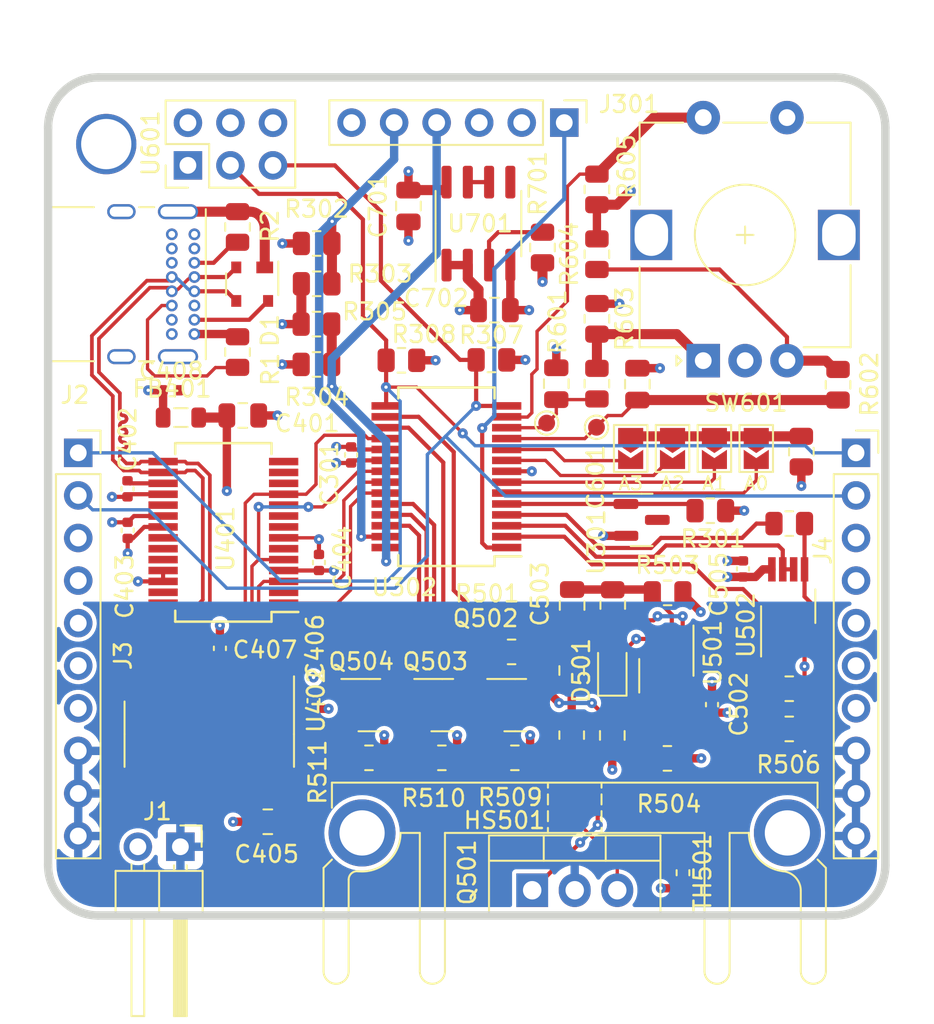
<source format=kicad_pcb>
(kicad_pcb (version 20211014) (generator pcbnew)
  (layers (0 "F.Cu" signal) (1 "In1.Cu" power "Gnd.Cu") (2 "In2.Cu" signal) (31 "B.Cu" signal) (34 "B.Paste" user) (35 "F.Paste" user) (36 "B.SilkS" user "B.Silkscreen") (37 "F.SilkS" user "F.Silkscreen") (38 "B.Mask" user) (39 "F.Mask" user) (44 "Edge.Cuts" user))
  (net 0 "")
  (net 1 "Net-(Q502-Pad2)")
  (net 2 "GND")
  (net 3 "+3V3")
  (net 4 "Net-(C401-Pad1)")
  (net 5 "/load_control/current_measure")
  (net 6 "/load_control/current_sense")
  (net 7 "/Connectors/load_in")
  (net 8 "/Display_Encoder/ENC.A")
  (net 9 "/Display_Encoder/ENC.B")
  (net 10 "/Connectors/I2C.SCL")
  (net 11 "/Connectors/I2C.SDA")
  (net 12 "/load_control/pwm_ctrl")
  (net 13 "/microcontroller/I2C_A0")
  (net 14 "/load_control/range.1ma")
  (net 15 "/load_control/range.100ma")
  (net 16 "/load_control/range.10a")
  (net 17 "/microcontroller/2.048V")
  (net 18 "/Display_Encoder/select")
  (net 19 "+5V")
  (net 20 "/microcontroller/~{MCLR}{slash}VPP")
  (net 21 "/microcontroller/I2C_A1")
  (net 22 "/microcontroller/I2C_A2")
  (net 23 "/microcontroller/I2C_A3")
  (net 24 "/microcontroller/3V3_sense")
  (net 25 "/microcontroller/5V_sense")
  (net 26 "/Connectors/USB2.0.D+")
  (net 27 "/Connectors/USB2.0.D-")
  (net 28 "/microcontroller/UART.RX")
  (net 29 "/microcontroller/UART.CTS")
  (net 30 "/microcontroller/UART.TX")
  (net 31 "/microcontroller/UART.RTS")
  (net 32 "/load_control/load_voltage")
  (net 33 "/load_control/temp_en")
  (net 34 "/load_control/temp_sense")
  (net 35 "Net-(C402-Pad1)")
  (net 36 "Net-(C407-Pad1)")
  (net 37 "Net-(C501-Pad1)")
  (net 38 "Net-(C503-Pad1)")
  (net 40 "Net-(J2-PadA5)")
  (net 42 "Net-(J2-PadB5)")
  (net 45 "Net-(JP301-Pad1)")
  (net 46 "Net-(Q501-Pad1)")
  (net 47 "Net-(Q503-Pad2)")
  (net 48 "Net-(Q504-Pad2)")
  (net 49 "Net-(R506-Pad2)")
  (net 50 "Net-(R508-Pad2)")
  (net 51 "Net-(R601-Pad2)")
  (net 52 "Net-(R602-Pad2)")
  (net 53 "Net-(R701-Pad1)")
  (net 74 "Net-(U701-Pad6)")
  (footprint "Resistor_SMD:R_0805_2012Metric" (layer "F.Cu") (at 116.025 94.720016)
    (fp_text reference "R305")
    (fp_text value "4.7k")
  )
  (footprint "Resistor_SMD:R_0805_2012Metric" (layer "F.Cu") (at 144.984062 102.32754 -90)
    (fp_text reference "R306" hide)
    (fp_text value "10k")
  )
  (footprint "Resistor_SMD:R_0805_2012Metric" (layer "F.Cu") (at 116.0375 92.315032)
    (fp_text reference "R303")
    (fp_text value "10k")
  )
  (footprint "Resistor_SMD:R_0805_2012Metric" (layer "F.Cu") (at 127.67927 114.275)
    (fp_text reference "R501")
    (fp_text value "10k")
  )
  (footprint "Capacitor_SMD:C_0805_2012Metric" (layer "F.Cu") (at 133.694327 119.258633 -90)
    (fp_text reference "C501" hide)
    (fp_text value "10u")
  )
  (footprint "Package_TO_SOT_SMD:SOT-23" (layer "F.Cu") (at 119.1874 117.45)
    (fp_text reference "Q504")
    (fp_text value "Q_NMOS_GSD")
  )
  (footprint "Capacitor_SMD:C_0402_1005Metric" (layer "F.Cu") (at 115.849592 117.188666 90)
    (fp_text reference "C406")
    (fp_text value "100n")
  )
  (footprint "Resistor_SMD:R_0805_2012Metric" (layer "F.Cu") (at 131.268892 119.239859 90)
    (fp_text reference "R505" hide)
    (fp_text value "10k")
  )
  (footprint "Resistor_SMD:R_0805_2012Metric" (layer "F.Cu") (at 144.261702 116.472778)
    (fp_text reference "R507" hide)
    (fp_text value "50k")
  )
  (footprint "Rotary_Encoder:RotaryEncoder_Alps_EC12E-Switch_Vertical_H20mm" (layer "F.Cu") (at 139.125 96.9 90)
    (fp_text reference "SW601")
    (fp_text value "PEC11R")
  )
  (footprint "Resistor_SMD:R_0805_2012Metric" (layer "F.Cu") (at 133.720352 111.479986 -90)
    (fp_text reference "R502" hide)
    (fp_text value "270k")
  )
  (footprint "TestPoint:TestPoint_Pad_D1.0mm" (layer "F.Cu") (at 129.775 100.622679)
    (fp_text reference "TP300" hide)
    (fp_text value "~")
  )
  (footprint "Capacitor_SMD:C_0805_2012Metric" (layer "F.Cu") (at 111.625 100.170382)
    (fp_text reference "C401")
    (fp_text value "4.7u")
  )
  (footprint "Resistor_SMD:R_0805_2012Metric" (layer "F.Cu") (at 127.874295 120.594595 180)
    (fp_text reference "R509")
    (fp_text value "100")
  )
  (footprint "Package_TO_SOT_SMD:SOT-23" (layer "F.Cu") (at 123.540781 117.45)
    (fp_text reference "Q503")
    (fp_text value "Q_NMOS_GSD")
  )
  (footprint "Capacitor_SMD:C_0805_2012Metric" (layer "F.Cu") (at 135.190437 98.3 -90)
    (fp_text reference "C602" hide)
    (fp_text value "10n")
  )
  (footprint "Resistor_SMD:R_0805_2012Metric" (layer "F.Cu") (at 136.997088 110.754986)
    (fp_text reference "R503")
    (fp_text value "10k")
  )
  (footprint "Connector_PinSocket_2.54mm:PinSocket_1x10_P2.54mm_Vertical" (layer "F.Cu") (at 148.25 102.4)
    (fp_text reference "J4")
    (fp_text value "Conn_01x10")
  )
  (footprint "Resistor_SMD:R_0805_2012Metric" (layer "F.Cu") (at 123.515781 120.594595 180)
    (fp_text reference "R510")
    (fp_text value "1")
  )
  (footprint "Inductor_SMD:L_0805_2012Metric" (layer "F.Cu") (at 107.930408 100.295382)
    (fp_text reference "FB401")
    (fp_text value "FerriteBead")
  )
  (footprint "Resistor_SMD:R_0805_2012Metric" (layer "F.Cu") (at 144.2625 106.621175)
    (fp_text reference "R508" hide)
    (fp_text value "10k")
  )
  (footprint "Jumper:SolderJumper-2_P1.3mm_Open_TrianglePad1.0x1.5mm" (layer "F.Cu") (at 137.290732 102.14004 -90)
    (fp_text reference "JP303" hide)
    (fp_text value "SB")
  )
  (footprint "Capacitor_SMD:C_0805_2012Metric" (layer "F.Cu") (at 126.655 93.88682)
    (fp_text reference "C702")
    (fp_text value "1u")
  )
  (footprint "Package_SO:SOIC-8_3.9x4.9mm_P1.27mm" (layer "F.Cu") (at 125.7 88.724424 90)
    (fp_text reference "U701")
    (fp_text value "LP2951-3.3_SOIC")
  )
  (footprint "Connector_PinSocket_2.54mm:PinSocket_1x10_P2.54mm_Vertical" (layer "F.Cu") (at 101.8 102.4)
    (fp_text reference "J3")
    (fp_text value "Conn_01x10")
  )
  (footprint "Capacitor_SMD:C_0805_2012Metric" (layer "F.Cu") (at 130.349271 98.275 -90)
    (fp_text reference "C601")
    (fp_text value "10n")
  )
  (footprint "Resistor_SMD:R_0805_2012Metric" (layer "F.Cu") (at 147.175 98.3375 90)
    (fp_text reference "R602")
    (fp_text value "10k")
  )
  (footprint "Resistor_SMD:R_0805_2012Metric" (layer "F.Cu") (at 132.775 98.272611 90)
    (fp_text reference "R601")
    (fp_text value "10k")
  )
  (footprint "Package_TO_SOT_SMD:SOT-143" (layer "F.Cu") (at 112.1875 92.3375 -90)
    (fp_text reference "D1")
    (fp_text value "SP0503BAHTG")
  )
  (footprint "Package_SO:VSSOP-8_3.0x3.0mm_P0.65mm" (layer "F.Cu") (at 136.922088 115.7 -90)
    (fp_text reference "U501")
    (fp_text value "LM358")
  )
  (footprint "Capacitor_SMD:C_0805_2012Metric" (layer "F.Cu") (at 113.119975 124.408186 180)
    (fp_text reference "C405")
    (fp_text value "10u")
  )
  (footprint "0_Heatsink:Heatsink_ASSMANN_WSW_V6560W" (layer "F.Cu") (at 131.45 125.075)
    (fp_text reference "HS501")
    (fp_text value "Heatsink_Pad")
  )
  (footprint "Package_SO:SSOP-28_5.3x10.2mm_P0.65mm" (layer "F.Cu") (at 123.7875 103.825 180)
    (fp_text reference "U302")
    (fp_text value "PIC18F24K42")
  )
  (footprint "Capacitor_SMD:C_0805_2012Metric" (layer "F.Cu") (at 121.519768 87.674424 -90)
    (fp_text reference "C701")
    (fp_text value "1u")
  )
  (footprint "Connector_PinHeader_2.54mm:PinHeader_1x02_P2.54mm_Horizontal" (layer "F.Cu") (at 107.9 125.9 -90)
    (fp_text reference "J1")
    (fp_text value "Conn_01x02")
  )
  (footprint "Jumper:SolderJumper-2_P1.3mm_Open_TrianglePad1.0x1.5mm" (layer "F.Cu") (at 134.790732 102.14004 -90)
    (fp_text reference "JP304" hide)
    (fp_text value "SB")
  )
  (footprint "Capacitor_SMD:C_0402_1005Metric" (layer "F.Cu") (at 139.648122 117.42 90)
    (fp_text reference "C502")
    (fp_text value "100n")
  )
  (footprint "Resistor_SMD:R_0805_2012Metric" (layer "F.Cu") (at 119.1624 120.594595 180)
    (fp_text reference "R511")
    (fp_text value "10m")
  )
  (footprint "Resistor_SMD:R_0805_2012Metric" (layer "F.Cu") (at 116.025 97.125 180)
    (fp_text reference "R304")
    (fp_text value "10k")
  )
  (footprint "Diode_SMD:D_SOD-323" (layer "F.Cu") (at 133.694327 115.385929 90)
    (fp_text reference "D501")
    (fp_text value "DIODE")
  )
  (footprint "Package_TO_SOT_SMD:SOT-23" (layer "F.Cu") (at 135.445359 106.4)
    (fp_text reference "U301")
    (fp_text value "LM4040DBZ-2.0")
  )
  (footprint "Resistor_SMD:R_0805_2012Metric" (layer "F.Cu") (at 132.775 94.405325 -90)
    (fp_text reference "R603")
    (fp_text value "10k")
  )
  (footprint "Resistor_SMD:R_0805_2012Metric" (layer "F.Cu") (at 121.1 96.879508 180)
    (fp_text reference "R308")
    (fp_text value "4.7k")
  )
  (footprint "Resistor_SMD:R_0805_2012Metric" (layer "F.Cu") (at 132.775 90.548822 90)
    (fp_text reference "R604")
    (fp_text value "10k")
  )
  (footprint "Package_SO:VSSOP-8_3.0x3.0mm_P0.65mm" (layer "F.Cu") (at 144.199202 111.55 90)
    (fp_text reference "U502")
    (fp_text value "LM358")
  )
  (footprint "Package_SO:SSOP-28_5.3x10.2mm_P0.65mm" (layer "F.Cu") (at 110.467564 107.145 180)
    (fp_text reference "U401")
    (fp_text value "FT232RL")
  )
  (footprint "Capacitor_SMD:C_0402_1005Metric" (layer "F.Cu") (at 104.742139 104.545 -90)
    (fp_text reference "C402")
    (fp_text value "100n")
  )
  (footprint "Package_TO_SOT_THT:TO-220-3_Vertical" (layer "F.Cu") (at 128.91 128.495)
    (fp_text reference "Q501")
    (fp_text value "IPA60R800CE")
  )
  (footprint "Resistor_SMD:R_0805_2012Metric" (layer "F.Cu") (at 144.261702 118.869728 180)
    (fp_text reference "R506")
    (fp_text value "5M")
  )
  (footprint "Capacitor_SMD:C_0402_1005Metric" (layer "F.Cu") (at 110.259975 114.063487 90)
    (fp_text reference "C407")
    (fp_text value "100n")
  )
  (footprint "Resistor_SMD:R_0805_2012Metric" (layer "F.Cu") (at 136.984588 120.627867 180)
    (fp_text reference "R504")
    (fp_text value "10k")
  )
  (footprint "Capacitor_SMD:C_0402_1005Metric" (layer "F.Cu") (at 107.347908 98.667338)
    (fp_text reference "C408")
    (fp_text value "100n")
  )
  (footprint "Capacitor_SMD:C_0402_1005Metric" (layer "F.Cu") (at 104.752598 107.023759 -90)
    (fp_text reference "C403")
    (fp_text value "100n")
  )
  (footprint "Connector_USB:USB_C_Receptacle_GCT_USB4085" (layer "F.Cu") (at 108.7375 89.3625 -90)
    (fp_text reference "J2")
    (fp_text value "USB_C_Receptacle_USB2.0")
  )
  (footprint "Connector_PinHeader_2.54mm:PinHeader_1x06_P2.54mm_Vertical" (layer "F.Cu") (at 130.825 82.7 -90)
    (fp_text reference "J301")
    (fp_text value "Conn_PIC_ICSP_ICD")
  )
  (footprint "Capacitor_SMD:C_0402_1005Metric" (layer "F.Cu") (at 116.174937 108.94 90)
    (fp_text reference "C404")
    (fp_text value "100n")
  )
  (footprint "Resistor_SMD:R_0805_2012Metric" (layer "F.Cu") (at 139.54751 105.85)
    (fp_text reference "R301")
    (fp_text value "10k")
  )
  (footprint "Capacitor_SMD:C_0402_1005Metric" (layer "F.Cu") (at 118.096594 102.525 90)
    (fp_text reference "C301")
    (fp_text value "100n")
  )
  (footprint "Resistor_SMD:R_0805_2012Metric" (layer "F.Cu") (at 111.3125 96.3875 -90)
    (fp_text reference "R1")
    (fp_text value "5.1k")
  )
  (footprint "TestPoint:TestPoint_Pad_D1.0mm" (layer "F.Cu") (at 132.75 100.875)
    (fp_text reference "TP301" hide)
    (fp_text value "~")
  )
  (footprint "Capacitor_SMD:C_0805_2012Metric" (layer "F.Cu") (at 131.294433 111.504986 -90)
    (fp_text reference "C503")
    (fp_text value "10n")
  )
  (footprint "Resistor_SMD:R_0805_2012Metric" (layer "F.Cu") (at 116.0375 89.910048 180)
    (fp_text reference "R302")
    (fp_text value "10k")
  )
  (footprint "Capacitor_SMD:C_0805_2012Metric" (layer "F.Cu") (at 131.268892 115.385929 -90)
    (fp_text reference "C504" hide)
    (fp_text value "C")
  )
  (footprint "Resistor_SMD:R_0805_2012Metric" (layer "F.Cu") (at 129.525 90.149424 -90)
    (fp_text reference "R701")
    (fp_text value "10k")
  )
  (footprint "0_Display:PiOLED" (layer "F.Cu") (at 108.35 85.25 90)
    (fp_text reference "U601")
    (fp_text value "Adafruit_PiOLED")
  )
  (footprint "Resistor_SMD:R_0805_2012Metric" (layer "F.Cu") (at 126.475 96.854508 180)
    (fp_text reference "R307")
    (fp_text value "4.7k")
  )
  (footprint "Package_SO:SOIC-16_3.9x9.9mm_P1.27mm" (layer "F.Cu") (at 109.624975 119.183666 -90)
    (fp_text reference "U402")
    (fp_text value "CH340C")
  )
  (footprint "Package_TO_SOT_SMD:SOT-23" (layer "F.Cu") (at 127.899295 117.45)
    (fp_text reference "Q502")
    (fp_text value "Q_NMOS_GSD")
  )
  (footprint "Resistor_SMD:R_0402_1005Metric" (layer "F.Cu") (at 137.914869 127.45 -90)
    (fp_text reference "TH501")
    (fp_text value "Thermistor_NTC")
  )
  (footprint "Resistor_SMD:R_0805_2012Metric" (layer "F.Cu") (at 111.3125 88.925 -90)
    (fp_text reference "R2")
    (fp_text value "5.1k")
  )
  (footprint "Resistor_SMD:R_0805_2012Metric" (layer "F.Cu") (at 132.775 86.6846 -90)
    (fp_text reference "R605")
    (fp_text value "10k")
  )
  (footprint "Capacitor_SMD:C_0402_1005Metric" (layer "F.Cu") (at 141.498119 109.325 90)
    (fp_text reference "C505")
    (fp_text value "100n")
  )
  (footprint "Jumper:SolderJumper-2_P1.3mm_Open_TrianglePad1.0x1.5mm" (layer "F.Cu") (at 142.290732 102.14004 -90)
    (fp_text reference "JP301" hide)
    (fp_text value "SB")
  )
  (footprint "Jumper:SolderJumper-2_P1.3mm_Open_TrianglePad1.0x1.5mm" (layer "F.Cu") (at 139.790732 102.14004 -90)
    (fp_text reference "JP302" hide)
    (fp_text value "SB")
  )
  (gr_arc locked (start 147 80) (mid 149.12132 80.87868) (end 150 83) (layer "Edge.Cuts") (width 0.5))
  (gr_line locked (start 147 80) (end 103 80) (layer "Edge.Cuts") (width 0.5))
  (gr_arc locked (start 100 83) (mid 100.87868 80.87868) (end 103 80) (layer "Edge.Cuts") (width 0.5))
  (gr_line locked (start 150 127) (end 150 83) (layer "Edge.Cuts") (width 0.5))
  (gr_arc locked (start 103 130) (mid 100.87868 129.12132) (end 100 127) (layer "Edge.Cuts") (width 0.5))
  (gr_line locked (start 147 130) (end 103 130) (layer "Edge.Cuts") (width 0.5))
  (gr_arc locked (start 150 127) (mid 149.12132 129.12132) (end 147 130) (layer "Edge.Cuts") (width 0.5))
  (gr_line locked (start 100 83) (end 100 127) (layer "Edge.Cuts") (width 0.5))
  (gr_text "A3" (at 134.8 104.225) (layer "F.SilkS") (effects (font (size 0.8 0.8) (thickness 0.12))))
  (gr_text "A0" (at 142.290732 104.225) (layer "F.SilkS") (effects (font (size 0.8 0.8) (thickness 0.12))))
  (gr_text "A1\n" (at 139.79382 104.225) (layer "F.SilkS") (effects (font (size 0.8 0.8) (thickness 0.12))))
  (gr_text "A2\n" (at 137.29691 104.225) (layer "F.SilkS") (effects (font (size 0.8 0.8) (thickness 0.12))))
  (segment (start 126.961795 118.4) (end 126.961795 120.594595) (width 0.25) (layer "F.Cu") (net 1))
  (segment (start 139.648122 116.04825) (end 139.648122 116.94) (width 0.5) (layer "F.Cu") (net 2))
  (segment (start 114.067564 107.47) (end 116.08692 107.47) (width 0.2) (layer "F.Cu") (net 2))
  (segment (start 120.0749 119.245641) (end 120.0749 120.594595) (width 0.5) (layer "F.Cu") (net 2))
  (segment (start 134.288802 114.335929) (end 133.694327 114.335929) (width 0.25) (layer "F.Cu") (net 2))
  (segment (start 136.599046 128.375) (end 137.914869 128.375) (width 0.5) (layer "F.Cu") (net 2))
  (segment (start 113.97582 94.720016) (end 115.1 94.720016) (width 0.5) (layer "F.Cu") (net 2))
  (segment (start 104.897139 104.87) (end 104.742139 105.025) (width 0.25) (layer "F.Cu") (net 2))
  (segment (start 133.694327 121.30604) (end 133.694327 120.208633) (width 0.5) (layer "F.Cu") (net 2))
  (segment (start 127.605 93.88682) (end 127.605 91.199424) (width 0.5) (layer "F.Cu") (net 2))
  (segment (start 105.742564 106.82) (end 105.058805 107.503759) (width 0.25) (layer "F.Cu") (net 2))
  (segment (start 131.268892 120.152359) (end 133.638053 120.152359) (width 0.5) (layer "F.Cu") (net 2))
  (segment (start 106.867564 110.07) (end 105.367855 110.07) (width 0.25) (layer "F.Cu") (net 2))
  (segment (start 105.058805 107.503759) (end 104.752598 107.503759) (width 0.25) (layer "F.Cu") (net 2))
  (segment (start 118.251594 102.2) (end 118.096594 102.045) (width 0.25) (layer "F.Cu") (net 2))
  (segment (start 139.006995 120.627867) (end 137.909588 120.627867) (width 0.5) (layer "F.Cu") (net 2))
  (segment (start 108.7375 95.3125) (end 111.15 95.3125) (width 0.5) (layer "F.Cu") (net 2))
  (segment (start 135.1 113.5) (end 135.947088 113.5) (width 0.25) (layer "F.Cu") (net 2))
  (segment (start 145.174202 116.472778) (end 145.174202 113.75) (width 0.25) (layer "F.Cu") (net 2))
  (segment (start 137.899519 110.849519) (end 137.899519 110.761212) (width 0.5) (layer "F.Cu") (net 2))
  (segment (start 106.867564 104.87) (end 104.897139 104.87) (width 0.25) (layer "F.Cu") (net 2))
  (segment (start 111.15 95.3125) (end 111.3125 95.475) (width 0.5) (layer "F.Cu") (net 2))
  (segment (start 135.124731 113.5) (end 134.288802 114.335929) (width 0.25) (layer "F.Cu") (net 2))
  (segment (start 129.525 92.195656) (end 129.525 91.074424) (width 0.6) (layer "F.Cu") (net 2))
  (segment (start 113.697241 100.170382) (end 112.575 100.170382) (width 0.5) (layer "F.Cu") (net 2))
  (segment (start 133.149399 107.35) (end 134.507859 107.35) (width 0.5) (layer "F.Cu") (net 2))
  (segment (start 106.867564 109.42) (end 106.867564 110.07) (width 0.25) (layer "F.Cu") (net 2))
  (segment (start 130.349271 96.203768) (end 130.349271 97.325) (width 0.5) (layer "F.Cu") (net 2))
  (segment (start 121.519768 89.745656) (end 121.519768 88.624424) (width 0.5) (layer "F.Cu") (net 2))
  (segment (start 140.57566 108.845) (end 141.498119 108.845) (width 0.5) (layer "F.Cu") (net 2))
  (segment (start 118.096594 102.045) (end 117.209611 102.045) (width 0.25) (layer "F.Cu") (net 2))
  (segment (start 131.243532 114.335929) (end 133.656467 114.335929) (width 0.5) (layer "F.Cu") (net 2))
  (segment (start 115.125 94.707516) (end 115.1125 94.720016) (width 0.6) (layer "F.Cu") (net 2))
  (segment (start 120.1875 102.2) (end 118.251594 102.2) (width 0.25) (layer "F.Cu") (net 2))
  (segment (start 104.752598 108.395509) (end 104.752598 107.503759) (width 0.25) (layer "F.Cu") (net 2))
  (segment (start 116.174937 108.445) (end 116.174937 107.558017) (width 0.25) (layer "F.Cu") (net 2))
  (segment (start 107.7575 88.0125) (end 111.3125 88.0125) (width 0.6) (layer "F.Cu") (net 2))
  (segment (start 110.259975 112.697541) (end 110.259975 113.583487) (width 0.5) (layer "F.Cu") (net 2))
  (segment (start 112.069302 88.0125) (end 111.3125 88.0125) (width 0.6) (layer "F.Cu") (net 2))
  (segment (start 115.849592 116.708666) (end 114.069975 116.708666) (width 0.5) (layer "F.Cu") (net 2))
  (segment (start 106.867564 106.82) (end 105.742564 106.82) (width 0.25) (layer "F.Cu") (net 2))
  (segment (start 111.048743 124.408186) (end 112.169975 124.408186) (width 0.5) (layer "F.Cu") (net 2))
  (segment (start 103.815301 105.025) (end 104.742139 105.025) (width 0.25) (layer "F.Cu") (net 2))
  (segment (start 116.08692 107.47) (end 116.174937 107.558017) (width 0.2) (layer "F.Cu") (net 2))
  (segment (start 124.428281 119.245641) (end 124.428281 120.594595) (width 0.5) (layer "F.Cu") (net 2))
  (segment (start 112.9375 91.3375) (end 112.9375 89.022119) (width 0.6) (layer "F.Cu") (net 2))
  (segment (start 115.125 92.315032) (end 115.125 94.707516) (width 0.6) (layer "F.Cu") (net 2))
  (segment (start 133.638053 120.152359) (end 133.694327 120.208633) (width 0.25) (layer "F.Cu") (net 2))
  (segment (start 127.3875 103.5) (end 128.8875 103.5) (width 0.25) (layer "F.Cu") (net 2))
  (segment (start 136.539391 97.35) (end 135.190437 97.35) (width 0.5) (layer "F.Cu") (net 2))
  (segment (start 128.786795 119.245641) (end 128.786795 120.594595) (width 0.5) (layer "F.Cu") (net 2))
  (segment (start 138.972569 111.893774) (end 137.922088 110.843293) (width 0.5) (layer "F.Cu") (net 2))
  (segment (start 128.726232 93.88682) (end 127.605 93.88682) (width 0.5) (layer "F.Cu") (net 2))
  (via (at 133.149399 107.35) (size 0.6) (drill 0.2) (layers "F.Cu" "B.Cu") (net 2))
  (via (at 139.006995 120.627867) (size 0.6) (drill 0.2) (layers "F.Cu" "B.Cu") (net 2))
  (via (at 111.048743 124.408186) (size 0.6) (drill 0.2) (layers "F.Cu" "B.Cu") (net 2))
  (via (at 121.519768 89.745656) (size 0.6) (drill 0.2) (layers "F.Cu" "B.Cu") (net 2))
  (via (at 103.815301 105.025) (size 0.6) (drill 0.2) (layers "F.Cu" "B.Cu") (net 2))
  (via (at 128.726232 93.88682) (size 0.6) (drill 0.2) (layers "F.Cu" "B.Cu") (net 2))
  (via (at 117.209611 102.045) (size 0.6) (drill 0.2) (layers "F.Cu" "B.Cu") (net 2))
  (via (at 135.124731 113.5) (size 0.6) (drill 0.2) (layers "F.Cu" "B.Cu") (net 2))
  (via (at 133.694327 121.30604) (size 0.6) (drill 0.2) (layers "F.Cu" "B.Cu") (net 2))
  (via (at 129.525 92.195656) (size 0.6) (drill 0.2) (layers "F.Cu" "B.Cu") (net 2))
  (via (at 113.697241 100.170382) (size 0.6) (drill 0.2) (layers "F.Cu" "B.Cu") (net 2))
  (via (at 136.599046 128.375) (size 0.6) (drill 0.2) (layers "F.Cu" "B.Cu") (net 2))
  (via (at 120.0749 119.245641) (size 0.6) (drill 0.2) (layers "F.Cu" "B.Cu") (net 2))
  (via (at 124.428281 119.245641) (size 0.6) (drill 0.2) (layers "F.Cu" "B.Cu") (net 2))
  (via (at 104.752598 108.395509) (size 0.6) (drill 0.2) (layers "F.Cu" "B.Cu") (net 2))
  (via (at 128.8875 103.5) (size 0.6) (drill 0.2) (layers "F.Cu" "B.Cu") (net 2))
  (via (at 130.349271 96.203768) (size 0.6) (drill 0.2) (layers "F.Cu" "B.Cu") (net 2))
  (via (at 139.648122 116.04825) (size 0.6) (drill 0.2) (layers "F.Cu" "B.Cu") (net 2))
  (via (at 145.175 115.1387) (size 0.6) (drill 0.2) (layers "F.Cu" "B.Cu") (net 2))
  (via (at 115.85 115.799588) (size 0.6) (drill 0.2) (layers "F.Cu" "B.Cu") (net 2))
  (via (at 113.97582 94.720016) (size 0.6) (drill 0.2) (layers "F.Cu" "B.Cu") (net 2))
  (via (at 105.367855 110.07) (size 0.6) (drill 0.2) (layers "F.Cu" "B.Cu") (net 2))
  (via (at 136.539391 97.35) (size 0.6) (drill 0.2) (layers "F.Cu" "B.Cu") (net 2))
  (via (at 138.972569 111.893774) (size 0.6) (drill 0.2) (layers "F.Cu" "B.Cu") (net 2))
  (via (at 140.57566 108.845) (size 0.6) (drill 0.2) (layers "F.Cu" "B.Cu") (net 2))
  (via (at 128.786795 119.245641) (size 0.6) (drill 0.2) (layers "F.Cu" "B.Cu") (net 2))
  (via (at 110.259975 112.697541) (size 0.6) (drill 0.2) (layers "F.Cu" "B.Cu") (net 2))
  (via (at 116.174937 107.558017) (size 0.6) (drill 0.2) (layers "F.Cu" "B.Cu") (net 2))
  (arc (start 112.9375 89.022119) (mid 112.853035 88.597486) (end 112.6125 88.2375) (width 0.6) (layer "F.Cu") (net 2))
  (arc (start 112.6125 88.2375) (mid 112.363279 88.070975) (end 112.069302 88.0125) (width 0.6) (layer "F.Cu") (net 2))
  (segment (start 142.245 109.805) (end 142.7 109.35) (width 0.5) (layer "F.Cu") (net 3))
  (segment (start 118.096594 103.005) (end 117.209611 103.005) (width 0.25) (layer "F.Cu") (net 3))
  (segment (start 128.500502 96.854508) (end 127.3875 96.854508) (width 0.5) (layer "F.Cu") (net 3))
  (segment (start 125.705 93.88682) (end 125.705 92.655) (width 0.6) (layer "F.Cu") (net 3))
  (segment (start 143.22325 109.349048) (end 143.224202 109.35) (width 0.25) (layer "F.Cu") (net 3))
  (segment (start 125.705 92.655) (end 125.065 92.015) (width 0.6) (layer "F.Cu") (net 3))
  (segment (start 133.9779 87.5971) (end 134.8 86.775) (width 0.6) (layer "F.Cu") (net 3))
  (segment (start 118.251594 102.85) (end 118.096594 103.005) (width 0.25) (layer "F.Cu") (net 3))
  (segment (start 132.775 89.837034) (end 132.775 87.5846) (width 0.5) (layer "F.Cu") (net 3))
  (segment (start 141.569917 105.85) (end 140.47251 105.85) (width 0.5) (layer "F.Cu") (net 3))
  (segment (start 125.065 92.015) (end 125.065 91.199424) (width 0.6) (layer "F.Cu") (net 3))
  (segment (start 113.98832 89.910048) (end 115.1125 89.910048) (width 0.5) (layer "F.Cu") (net 3))
  (segment (start 124.583768 93.88682) (end 125.705 93.88682) (width 0.5) (layer "F.Cu") (net 3))
  (segment (start 125.065 91.199424) (end 123.795 91.199424) (width 0.5) (layer "F.Cu") (net 3))
  (segment (start 132.775 87.5971) (end 133.9779 87.5971) (width 0.6) (layer "F.Cu") (net 3))
  (segment (start 142.7 109.35) (end 143.199691 109.35) (width 0.5) (layer "F.Cu") (net 3))
  (segment (start 141.498119 109.805) (end 142.245 109.805) (width 0.5) (layer "F.Cu") (net 3))
  (segment (start 144.984062 104.373772) (end 144.984062 103.25254) (width 0.5) (layer "F.Cu") (net 3))
  (segment (start 141.496369 109.80325) (end 141.498119 109.805) (width 0.5) (layer "F.Cu") (net 3))
  (segment (start 134.123954 93.505325) (end 132.775 93.505325) (width 0.5) (layer "F.Cu") (net 3))
  (segment (start 140.57391 109.80325) (end 141.496369 109.80325) (width 0.5) (layer "F.Cu") (net 3))
  (segment (start 123.138002 96.879508) (end 122.025 96.879508) (width 0.5) (layer "F.Cu") (net 3))
  (segment (start 120.1875 102.85) (end 118.251594 102.85) (width 0.25) (layer "F.Cu") (net 3))
  (via (at 123.138002 96.879508) (size 0.6) (drill 0.2) (layers "F.Cu" "B.Cu") (net 3))
  (via (at 134.123954 93.505325) (size 0.6) (drill 0.2) (layers "F.Cu" "B.Cu") (net 3))
  (via (at 117.209611 103.005) (size 0.6) (drill 0.2) (layers "F.Cu" "B.Cu") (net 3))
  (via (at 141.569917 105.85) (size 0.6) (drill 0.2) (layers "F.Cu" "B.Cu") (net 3))
  (via (at 144.984062 104.373772) (size 0.6) (drill 0.2) (layers "F.Cu" "B.Cu") (net 3))
  (via (at 124.583768 93.88682) (size 0.6) (drill 0.2) (layers "F.Cu" "B.Cu") (net 3))
  (via (at 134.8 86.775) (size 0.6) (drill 0.2) (layers "F.Cu" "B.Cu") (net 3))
  (via (at 128.500502 96.854508) (size 0.6) (drill 0.2) (layers "F.Cu" "B.Cu") (net 3))
  (via (at 113.98832 89.910048) (size 0.6) (drill 0.2) (layers "F.Cu" "B.Cu") (net 3))
  (via (at 140.57391 109.80325) (size 0.6) (drill 0.2) (layers "F.Cu" "B.Cu") (net 3))
  (segment (start 117.06192 109.42) (end 114.067564 109.42) (width 0.25) (layer "F.Cu") (net 4))
  (segment (start 110.55 100.295382) (end 110.675 100.170382) (width 0.5) (layer "F.Cu") (net 4))
  (segment (start 103.82576 106.543759) (end 104.752598 106.543759) (width 0.25) (layer "F.Cu") (net 4))
  (segment (start 106.867564 106.17) (end 105.126357 106.17) (width 0.25) (layer "F.Cu") (net 4))
  (segment (start 105.126357 106.17) (end 104.752598 106.543759) (width 0.25) (layer "F.Cu") (net 4))
  (segment (start 110.675 104.675) (end 110.675 100.170382) (width 0.5) (layer "F.Cu") (net 4))
  (segment (start 108.992908 100.295382) (end 110.55 100.295382) (width 0.6) (layer "F.Cu") (net 4))
  (via (at 103.82576 106.543759) (size 0.6) (drill 0.2) (layers "F.Cu" "B.Cu") (net 4))
  (via (at 117.06192 109.42) (size 0.6) (drill 0.2) (layers "F.Cu" "B.Cu") (net 4))
  (via (at 110.675 104.675) (size 0.6) (drill 0.2) (layers "F.Cu" "B.Cu") (net 4))
  (segment (start 137.897088 112.15278) (end 137.9 112.149868) (width 0.25) (layer "F.Cu") (net 5))
  (segment (start 131.294433 112.454986) (end 133.657852 112.454986) (width 0.5) (layer "F.Cu") (net 5))
  (segment (start 122.125 100.25) (end 124.225 102.35) (width 0.25) (layer "F.Cu") (net 5))
  (segment (start 133.657852 112.454986) (end 133.720352 112.392486) (width 0.5) (layer "F.Cu") (net 5))
  (segment (start 126.075 112.45) (end 131.260652 112.45) (width 0.25) (layer "F.Cu") (net 5))
  (segment (start 137.897088 113.5) (end 137.897088 112.15278) (width 0.25) (layer "F.Cu") (net 5))
  (segment (start 131.260652 112.45) (end 131.271864 112.461212) (width 0.25) (layer "F.Cu") (net 5))
  (segment (start 124.225 110.6) (end 126.075 112.45) (width 0.25) (layer "F.Cu") (net 5))
  (segment (start 137.897088 115.452912) (end 136.597088 116.752912) (width 0.2) (layer "F.Cu") (net 5))
  (segment (start 136.155069 112.392486) (end 136.398728 112.148827) (width 0.25) (layer "F.Cu") (net 5))
  (segment (start 133.720352 112.392486) (end 136.155069 112.392486) (width 0.25) (layer "F.Cu") (net 5))
  (segment (start 124.225 102.35) (end 124.225 110.6) (width 0.25) (layer "F.Cu") (net 5))
  (segment (start 120.1875 100.25) (end 122.125 100.25) (width 0.25) (layer "F.Cu") (net 5))
  (segment (start 136.597088 116.752912) (end 136.597088 117.9) (width 0.2) (layer "F.Cu") (net 5))
  (segment (start 137.897088 113.5) (end 137.897088 115.452912) (width 0.2) (layer "F.Cu") (net 5))
  (via (at 136.398728 112.148827) (size 0.6) (drill 0.2) (layers "F.Cu" "B.Cu") (net 5))
  (via (at 137.897088 112.149868) (size 0.6) (drill 0.2) (layers "F.Cu" "B.Cu") (net 5))
  (segment (start 136.399769 112.149868) (end 136.398728 112.148827) (width 0.25) (layer "B.Cu") (net 5))
  (segment (start 137.897088 112.149868) (end 136.399769 112.149868) (width 0.25) (layer "B.Cu") (net 5))
  (segment (start 136.597088 113.5) (end 136.597088 114.902912) (width 0.25) (layer "F.Cu") (net 6))
  (segment (start 133.99 126.815) (end 133.99 128.495) (width 0.2) (layer "F.Cu") (net 6))
  (segment (start 130.202359 118.327359) (end 131.268892 118.327359) (width 0.5) (layer "F.Cu") (net 6))
  (segment (start 130.202359 118.327359) (end 130.025 118.504718) (width 0.2) (layer "F.Cu") (net 6))
  (segment (start 131.243532 116.435929) (end 133.656467 116.435929) (width 0.5) (layer "F.Cu") (net 6))
  (segment (start 135.064071 116.435929) (end 133.694327 116.435929) (width 0.25) (layer "F.Cu") (net 6))
  (segment (start 128.836795 117.45) (end 129.325 117.45) (width 0.5) (layer "F.Cu") (net 6))
  (segment (start 120.1249 117.45) (end 128.836795 117.45) (width 0.25) (layer "F.Cu") (net 6))
  (segment (start 130.025 118.504718) (end 130.025 122.85) (width 0.2) (layer "F.Cu") (net 6))
  (segment (start 136.597088 114.902912) (end 135.064071 116.435929) (width 0.25) (layer "F.Cu") (net 6))
  (segment (start 129.325 117.45) (end 130.202359 118.327359) (width 0.5) (layer "F.Cu") (net 6))
  (segment (start 130.025 122.85) (end 133.99 126.815) (width 0.2) (layer "F.Cu") (net 6))
  (segment (start 131.268892 118.327359) (end 131.268892 116.335929) (width 0.5) (layer "F.Cu") (net 6))
  (segment (start 145.186702 120.218682) (end 145.186702 118.869728) (width 0.5) (layer "F.Cu") (net 7))
  (via (at 145.186702 120.218682) (size 0.6) (drill 0.2) (layers "F.Cu" "B.Cu") (net 7))
  (segment (start 132.735111 99.225) (end 132.775 99.185111) (width 0.2) (layer "F.Cu") (net 8))
  (segment (start 127.3875 100.9) (end 129.525 100.9) (width 0.2) (layer "F.Cu") (net 8))
  (segment (start 129.525 100.9) (end 130.349271 100.075729) (width 0.2) (layer "F.Cu") (net 8))
  (segment (start 130.349271 99.225) (end 132.735111 99.225) (width 0.2) (layer "F.Cu") (net 8))
  (segment (start 130.349271 100.075729) (end 130.349271 99.225) (width 0.2) (layer "F.Cu") (net 8))
  (segment (start 133.425 100.175) (end 134.265437 100.175) (width 0.2) (layer "F.Cu") (net 9))
  (segment (start 147.175 99.25) (end 135.190437 99.25) (width 0.6) (layer "F.Cu") (net 9))
  (segment (start 132.05 101.55) (end 133.425 100.175) (width 0.2) (layer "F.Cu") (net 9))
  (segment (start 127.3875 101.55) (end 132.05 101.55) (width 0.2) (layer "F.Cu") (net 9))
  (segment (start 134.265437 100.175) (end 135.190437 99.25) (width 0.2) (layer "F.Cu") (net 9))
  (segment (start 127.3875 99.6) (end 125.5625 99.6) (width 0.25) (layer "F.Cu") (net 10))
  (segment (start 119.875 92.125) (end 124.604508 96.854508) (width 0.25) (layer "F.Cu") (net 10))
  (segment (start 113.43 85.25) (end 117.125 85.25) (width 0.25) (layer "F.Cu") (net 10))
  (segment (start 117.125 85.25) (end 119.875 88) (width 0.25) (layer "F.Cu") (net 10))
  (segment (start 119.875 88) (end 119.875 92.125) (width 0.25) (layer "F.Cu") (net 10))
  (segment (start 125.5625 96.854508) (end 125.5625 99.6) (width 0.25) (layer "F.Cu") (net 10))
  (segment (start 124.604508 96.854508) (end 125.5625 96.854508) (width 0.25) (layer "F.Cu") (net 10))
  (via (at 125.5625 99.6) (size 0.6) (drill 0.2) (layers "F.Cu" "B.Cu") (net 10))
  (segment (start 123.7375 101.4125) (end 125.55 99.6) (width 0.2) (layer "B.Cu") (net 10))
  (segment (start 106 105.8) (end 110.675 110.475) (width 0.2) (layer "B.Cu") (net 10))
  (segment (start 148.216717 104.973283) (end 127.298283 104.973283) (width 0.2) (layer "B.Cu") (net 10))
  (segment (start 101.8 104.94) (end 102.66 105.8) (width 0.2) (layer "B.Cu") (net 10))
  (segment (start 110.675 110.475) (end 120.725 110.475) (width 0.2) (layer "B.Cu") (net 10))
  (segment (start 148.25 104.94) (end 148.216717 104.973283) (width 0.2) (layer "B.Cu") (net 10))
  (segment (start 125.55 99.6) (end 125.5625 99.6) (width 0.2) (layer "B.Cu") (net 10))
  (segment (start 127.298283 104.973283) (end 123.7375 101.4125) (width 0.2) (layer "B.Cu") (net 10))
  (segment (start 122.65 108.55) (end 122.65 102.5) (width 0.2) (layer "B.Cu") (net 10))
  (segment (start 102.66 105.8) (end 106 105.8) (width 0.2) (layer "B.Cu") (net 10))
  (segment (start 122.65 102.5) (end 123.7375 101.4125) (width 0.2) (layer "B.Cu") (net 10))
  (segment (start 120.725 110.475) (end 122.65 108.55) (width 0.2) (layer "B.Cu") (net 10))
  (segment (start 118.8 94.3) (end 118.8 88.475) (width 0.25) (layer "F.Cu") (net 11))
  (segment (start 117.275 86.95) (end 112.59 86.95) (width 0.25) (layer "F.Cu") (net 11))
  (segment (start 124.761411 101.236411) (end 122.005 98.48) (width 0.2) (layer "F.Cu") (net 11))
  (segment (start 122.005 98.48) (end 120.179647 98.48) (width 0.2) (layer "F.Cu") (net 11))
  (segment (start 120.1875 95.6875) (end 120.1875 96.879508) (width 0.25) (layer "F.Cu") (net 11))
  (segment (start 120.1875 99.6) (end 120.1875 96.879508) (width 0.25) (layer "F.Cu") (net 11))
  (segment (start 112.59 86.95) (end 110.89 85.25) (width 0.25) (layer "F.Cu") (net 11))
  (segment (start 118.8 88.475) (end 117.275 86.95) (width 0.25) (layer "F.Cu") (net 11))
  (segment (start 118.8 94.3) (end 120.1875 95.6875) (width 0.25) (layer "F.Cu") (net 11))
  (via (at 120.179647 98.48) (size 0.6) (drill 0.2) (layers "F.Cu" "B.Cu") (net 11))
  (via (at 124.761411 101.236411) (size 0.6) (drill 0.2) (layers "F.Cu" "B.Cu") (net 11))
  (segment (start 121.025 99.325353) (end 120.179647 98.48) (width 0.2) (layer "B.Cu") (net 11))
  (segment (start 145.65 102.4) (end 148.25 102.4) (width 0.2) (layer "B.Cu") (net 11))
  (segment (start 145.225 101.975) (end 145.65 102.4) (width 0.2) (layer "B.Cu") (net 11))
  (segment (start 125.5 101.975) (end 145.225 101.975) (width 0.2) (layer "B.Cu") (net 11))
  (segment (start 106.25 102.4) (end 113.9 110.05) (width 0.2) (layer "B.Cu") (net 11))
  (segment (start 113.9 110.05) (end 120.25 110.05) (width 0.2) (layer "B.Cu") (net 11))
  (segment (start 101.8 102.4) (end 106.25 102.4) (width 0.2) (layer "B.Cu") (net 11))
  (segment (start 121.025 109.275) (end 121.025 99.325353) (width 0.2) (layer "B.Cu") (net 11))
  (segment (start 120.25 110.05) (end 121.025 109.275) (width 0.2) (layer "B.Cu") (net 11))
  (segment (start 124.761411 101.236411) (end 125.5 101.975) (width 0.2) (layer "B.Cu") (net 11))
  (segment (start 125.425 114.275) (end 126.76677 114.275) (width 0.25) (layer "F.Cu") (net 12))
  (segment (start 121.525 100.9) (end 123.6 102.975) (width 0.25) (layer "F.Cu") (net 12))
  (segment (start 123.6 102.975) (end 123.6 112.45) (width 0.25) (layer "F.Cu") (net 12))
  (segment (start 120.1875 100.9) (end 121.525 100.9) (width 0.25) (layer "F.Cu") (net 12))
  (segment (start 123.6 112.45) (end 125.425 114.275) (width 0.25) (layer "F.Cu") (net 12))
  (segment (start 142.290732 104.046665) (end 142.290732 102.86504) (width 0.2) (layer "F.Cu") (net 13))
  (segment (start 141.537397 104.8) (end 142.290732 104.046665) (width 0.2) (layer "F.Cu") (net 13))
  (segment (start 127.3875 104.8) (end 141.537397 104.8) (width 0.2) (layer "F.Cu") (net 13))
  (segment (start 123.053281 113.9) (end 123.053281 106.703281) (width 0.25) (layer "F.Cu") (net 14))
  (segment (start 121.8 105.45) (end 120.1875 105.45) (width 0.25) (layer "F.Cu") (net 14))
  (segment (start 126.961795 116.5) (end 125.653281 116.5) (width 0.25) (layer "F.Cu") (net 14))
  (segment (start 123.053281 106.703281) (end 121.8 105.45) (width 0.25) (layer "F.Cu") (net 14))
  (segment (start 125.653281 116.5) (end 123.053281 113.9) (width 0.25) (layer "F.Cu") (net 14))
  (segment (start 121.675 106.1) (end 120.1875 106.1) (width 0.25) (layer "F.Cu") (net 15))
  (segment (start 122.603281 116.5) (end 122.603281 107.028281) (width 0.25) (layer "F.Cu") (net 15))
  (segment (start 122.603281 107.028281) (end 121.675 106.1) (width 0.25) (layer "F.Cu") (net 15))
  (segment (start 120.103281 116.5) (end 122.153761 114.44952) (width 0.25) (layer "F.Cu") (net 16))
  (segment (start 122.153761 114.44952) (end 122.153761 107.328761) (width 0.25) (layer "F.Cu") (net 16))
  (segment (start 122.153761 107.328761) (end 121.575 106.75) (width 0.25) (layer "F.Cu") (net 16))
  (segment (start 121.575 106.75) (end 120.1875 106.75) (width 0.25) (layer "F.Cu") (net 16))
  (segment (start 118.2499 116.5) (end 120.103281 116.5) (width 0.25) (layer "F.Cu") (net 16))
  (segment (start 134.507859 105.45) (end 138.534468 105.45) (width 0.25) (layer "F.Cu") (net 17))
  (segment (start 127.3875 105.45) (end 134.507859 105.45) (width 0.25) (layer "F.Cu") (net 17))
  (segment (start 131.009505 86.515495) (end 131.7529 85.7721) (width 0.2) (layer "F.Cu") (net 18))
  (segment (start 139.125 82.4) (end 136.175 82.4) (width 0.6) (layer "F.Cu") (net 18))
  (segment (start 128.633134 100.266866) (end 128.8875 100.0125) (width 0.2) (layer "F.Cu") (net 18))
  (segment (start 129.2 95.15) (end 131.009505 93.340495) (width 0.2) (layer "F.Cu") (net 18))
  (segment (start 131.7529 85.7721) (end 132.775 85.7721) (width 0.2) (layer "F.Cu") (net 18))
  (segment (start 128.8875 100.0125) (end 128.8875 97.7125) (width 0.2) (layer "F.Cu") (net 18))
  (segment (start 129.2 97.4) (end 129.2 95.15) (width 0.2) (layer "F.Cu") (net 18))
  (segment (start 132.8029 85.7721) (end 132.775 85.7721) (width 0.6) (layer "F.Cu") (net 18))
  (segment (start 131.009505 93.340495) (end 131.009505 86.515495) (width 0.2) (layer "F.Cu") (net 18))
  (segment (start 127.3875 100.266866) (end 128.633134 100.266866) (width 0.2) (layer "F.Cu") (net 18))
  (segment (start 136.175 82.4) (end 132.8029 85.7721) (width 0.6) (layer "F.Cu") (net 18))
  (segment (start 128.8875 97.7125) (end 129.2 97.4) (width 0.2) (layer "F.Cu") (net 18))
  (segment (start 121.519768 85.603192) (end 121.519768 86.724424) (width 0.5) (layer "F.Cu") (net 19))
  (segment (start 139.648122 117.9) (end 137.921599 117.9) (width 0.5) (layer "F.Cu") (net 19))
  (segment (start 105.976799 98.667338) (end 106.867908 98.667338) (width 0.5) (layer "F.Cu") (net 19))
  (segment (start 114.069975 121.658666) (end 114.069975 120.380025) (width 0.5) (layer "F.Cu") (net 19))
  (segment (start 115.849592 118.600408) (end 115.849592 117.668666) (width 0.5) (layer "F.Cu") (net 19))
  (segment (start 115.849592 117.668666) (end 116.750004 117.668666) (width 0.5) (layer "F.Cu") (net 19))
  (segment (start 113.97582 97.125) (end 115.1 97.125) (width 0.5) (layer "F.Cu") (net 19))
  (segment (start 121.519768 86.724424) (end 123.775 86.724424) (width 0.6) (layer "F.Cu") (net 19))
  (segment (start 114.069975 121.658666) (end 114.069975 124.408186) (width 0.5) (layer "F.Cu") (net 19))
  (segment (start 112.0125 94.4625) (end 113.1375 93.3375) (width 0.25) (layer "F.Cu") (net 19))
  (segment (start 108.7375 94.4625) (end 112.0125 94.4625) (width 0.25) (layer "F.Cu") (net 19))
  (segment (start 140.569872 117.9) (end 139.678122 117.9) (width 0.5) (layer "F.Cu") (net 19))
  (segment (start 114.069975 120.380025) (end 115.849592 118.600408) (width 0.5) (layer "F.Cu") (net 19))
  (segment (start 106.867908 98.667338) (end 106.867908 100.295382) (width 0.5) (layer "F.Cu") (net 19))
  (via (at 105.976799 98.667338) (size 0.6) (drill 0.2) (layers "F.Cu" "B.Cu") (net 19))
  (via (at 121.519768 85.603192) (size 0.6) (drill 0.2) (layers "F.Cu" "B.Cu") (net 19))
  (via (at 140.565776 117.9) (size 0.6) (drill 0.2) (layers "F.Cu" "B.Cu") (net 19))
  (via (at 113.97582 97.125) (size 0.6) (drill 0.2) (layers "F.Cu" "B.Cu") (net 19))
  (via (at 116.750004 117.668666) (size 0.6) (drill 0.2) (layers "F.Cu" "B.Cu") (net 19))
  (segment (start 125.925 100.925) (end 125.925 107.775) (width 0.25) (layer "F.Cu") (net 20))
  (segment (start 125.925 107.775) (end 126.2 108.05) (width 0.25) (layer "F.Cu") (net 20))
  (segment (start 126.2 108.05) (end 127.3875 108.05) (width 0.25) (layer "F.Cu") (net 20))
  (via (at 125.925 100.925) (size 0.6) (drill 0.2) (layers "F.Cu" "B.Cu") (net 20))
  (segment (start 126.65 91.425) (end 130.825 87.25) (width 0.25) (layer "B.Cu") (net 20))
  (segment (start 125.925 100.925) (end 126.65 100.2) (width 0.25) (layer "B.Cu") (net 20))
  (segment (start 130.825 87.25) (end 130.825 82.7) (width 0.25) (layer "B.Cu") (net 20))
  (segment (start 126.65 100.2) (end 126.65 91.425) (width 0.25) (layer "B.Cu") (net 20))
  (segment (start 127.3875 104.15) (end 139.562397 104.15) (width 0.2) (layer "F.Cu") (net 21))
  (segment (start 139.790732 103.921665) (end 139.790732 102.86504) (width 0.2) (layer "F.Cu") (net 21))
  (segment (start 139.562397 104.15) (end 139.790732 103.921665) (width 0.2) (layer "F.Cu") (net 21))
  (segment (start 130.60048 103.75048) (end 136.161917 103.75048) (width 0.2) (layer "F.Cu") (net 22))
  (segment (start 129.7 102.85) (end 130.60048 103.75048) (width 0.2) (layer "F.Cu") (net 22))
  (segment (start 136.161917 103.75048) (end 137.047357 102.86504) (width 0.2) (layer "F.Cu") (net 22))
  (segment (start 127.3875 102.85) (end 129.7 102.85) (width 0.2) (layer "F.Cu") (net 22))
  (segment (start 130.175 102.2) (end 130.84004 102.86504) (width 0.2) (layer "F.Cu") (net 23))
  (segment (start 130.84004 102.86504) (end 134.790732 102.86504) (width 0.2) (layer "F.Cu") (net 23))
  (segment (start 127.3875 102.2) (end 130.175 102.2) (width 0.2) (layer "F.Cu") (net 23))
  (segment (start 120.1875 107.4) (end 118.699821 107.4) (width 0.25) (layer "F.Cu") (net 24))
  (segment (start 116.95 92.315032) (end 116.95 89.910048) (width 0.6) (layer "F.Cu") (net 24))
  (segment (start 116.9625 88.59118) (end 116.9625 89.910048) (width 0.5) (layer "F.Cu") (net 24))
  (via (at 118.699821 107.4) (size 0.6) (drill 0.2) (layers "F.Cu" "B.Cu") (net 24))
  (via (at 116.9625 88.59118) (size 0.6) (drill 0.2) (layers "F.Cu" "B.Cu") (net 24))
  (segment (start 116.187989 98.754327) (end 118.699821 101.266159) (width 0.5) (layer "B.Cu") (net 24))
  (segment (start 118.699821 101.266159) (end 118.699821 107.4) (width 0.5) (layer "B.Cu") (net 24))
  (segment (start 116.187989 89.365691) (end 116.187989 98.754327) (width 0.5) (layer "B.Cu") (net 24))
  (segment (start 120.665 84.88868) (end 116.9625 88.59118) (width 0.5) (layer "B.Cu") (net 24))
  (segment (start 116.9625 88.59118) (end 116.187989 89.365691) (width 0.5) (layer "B.Cu") (net 24))
  (segment (start 120.665 82.7) (end 120.665 84.88868) (width 0.5) (layer "B.Cu") (net 24))
  (segment (start 116.9375 98.443868) (end 116.9375 97.125) (width 0.5) (layer "F.Cu") (net 25))
  (segment (start 116.9375 97.125) (end 116.9375 94.720016) (width 0.6) (layer "F.Cu") (net 25))
  (segment (start 120.1875 108.97258) (end 120.1875 108.05) (width 0.25) (layer "F.Cu") (net 25))
  (via (at 120.1875 108.873705) (size 0.6) (drill 0.2) (layers "F.Cu" "B.Cu") (net 25))
  (via (at 116.9375 98.443868) (size 0.6) (drill 0.2) (layers "F.Cu" "B.Cu") (net 25))
  (segment (start 123.205 82.7) (end 123.205 90.52) (width 0.5) (layer "B.Cu") (net 25))
  (segment (start 116.9375 96.7875) (end 116.9375 98.443868) (width 0.5) (layer "B.Cu") (net 25))
  (segment (start 123.205 90.52) (end 116.9375 96.7875) (width 0.5) (layer "B.Cu") (net 25))
  (segment (start 116.9375 98.443868) (end 116.9375 98.4625) (width 0.5) (layer "B.Cu") (net 25))
  (segment (start 116.9375 98.4625) (end 120.1875 101.7125) (width 0.5) (layer "B.Cu") (net 25))
  (segment (start 120.1875 101.7125) (end 120.1875 108.873705) (width 0.5) (layer "B.Cu") (net 25))
  (segment (start 108.295065 103.035) (end 108.956986 103.035) (width 0.22) (layer "F.Cu") (net 26))
  (segment (start 106.867564 102.92) (end 105.555063 102.92) (width 0.22) (layer "F.Cu") (net 26))
  (segment (start 107.3875 92.7625) (end 107.187501 92.562501) (width 0.2) (layer "F.Cu") (net 26))
  (segment (start 103.035 95.586986) (end 106.074486 92.5475) (width 0.22) (layer "F.Cu") (net 26))
  (segment (start 108.564975 114.989975) (end 108.989975 115.414975) (width 0.22) (layer "F.Cu") (net 26))
  (segment (start 107.814277 92.585723) (end 108.310724 92.089277) (width 0.2) (layer "F.Cu") (net 26))
  (segment (start 107.1725 92.5475) (end 107.3875 92.7625) (width 0.22) (layer "F.Cu") (net 26))
  (segment (start 104.285 99.915) (end 104.285 98.838014) (width 0.22) (layer "F.Cu") (net 26))
  (segment (start 105.440063 103.035) (end 104.681986 103.035) (width 0.22) (layer "F.Cu") (net 26))
  (segment (start 108.989975 115.414975) (end 108.989975 116.708666) (width 0.22) (layer "F.Cu") (net 26))
  (segment (start 111.2375 91.3375) (end 110.6625 91.9125) (width 0.25) (layer "F.Cu") (net 26))
  (segment (start 106.074486 92.5475) (end 107.1725 92.5475) (width 0.22) (layer "F.Cu") (net 26))
  (segment (start 104.285 99.965) (end 104.285 99.915) (width 0.22) (layer "F.Cu") (net 26))
  (segment (start 109.66 111.336986) (end 108.564975 112.432011) (width 0.22) (layer "F.Cu") (net 26))
  (segment (start 106.867564 102.92) (end 108.180065 102.92) (width 0.22) (layer "F.Cu") (net 26))
  (segment (start 103.035 97.588014) (end 103.035 95.586986) (width 0.22) (layer "F.Cu") (net 26))
  (segment (start 108.180065 102.92) (end 108.295065 103.035) (width 0.22) (layer "F.Cu") (net 26))
  (segment (start 104.285 98.838014) (end 103.035 97.588014) (width 0.22) (layer "F.Cu") (net 26))
  (segment (start 110.6625 91.9125) (end 108.7375 91.9125) (width 0.25) (layer "F.Cu") (net 26))
  (segment (start 104.681986 103.035) (end 104.285 102.638014) (width 0.22) (layer "F.Cu") (net 26))
  (segment (start 105.555063 102.92) (end 105.440063 103.035) (width 0.22) (layer "F.Cu") (net 26))
  (segment (start 104.285 102.638014) (end 104.285 102.365) (width 0.22) (layer "F.Cu") (net 26))
  (segment (start 108.564975 112.432011) (end 108.564975 114.989975) (width 0.22) (layer "F.Cu") (net 26))
  (segment (start 109.66 103.738014) (end 109.66 111.336986) (width 0.22) (layer "F.Cu") (net 26))
  (segment (start 108.956986 103.035) (end 109.66 103.738014) (width 0.22) (layer "F.Cu") (net 26))
  (arc (start 104.285 101.565) (mid 104.343579 101.423579) (end 104.485 101.365) (width 0.22) (layer "F.Cu") (net 26))
  (arc (start 104.285 102.365) (mid 104.343579 102.223579) (end 104.485 102.165) (width 0.22) (layer "F.Cu") (net 26))
  (arc (start 104.285 100.765) (mid 104.343579 100.623579) (end 104.485 100.565) (width 0.22) (layer "F.Cu") (net 26))
  (arc (start 104.485 100.165) (mid 104.343579 100.106421) (end 104.285 99.965) (width 0.22) (layer "F.Cu") (net 26))
  (arc (start 104.685 100.365) (mid 104.626421 100.223579) (end 104.485 100.165) (width 0.22) (layer "F.Cu") (net 26))
  (arc (start 104.485 101.765) (mid 104.343579 101.706421) (end 104.285 101.565) (width 0.22) (layer "F.Cu") (net 26))
  (arc (start 104.685 101.965) (mid 104.626421 101.823579) (end 104.485 101.765) (width 0.22) (layer "F.Cu") (net 26))
  (arc (start 104.485 101.365) (mid 104.626421 101.306421) (end 104.685 101.165) (width 0.22) (layer "F.Cu") (net 26))
  (arc (start 104.685 101.165) (mid 104.626421 101.023579) (end 104.485 100.965) (width 0.22) (layer "F.Cu") (net 26))
  (arc (start 104.485 100.565) (mid 104.626421 100.506421) (end 104.685 100.365) (width 0.22) (layer "F.Cu") (net 26))
  (arc (start 108.7375 91.9125) (mid 108.50653 91.958443) (end 108.310724 92.089277) (width 0.2) (layer "F.Cu") (net 26))
  (arc (start 107.814277 92.585723) (mid 107.61847 92.716557) (end 107.3875 92.7625) (width 0.2) (layer "F.Cu") (net 26))
  (arc (start 104.485 100.965) (mid 104.343579 100.906421) (end 104.285 100.765) (width 0.22) (layer "F.Cu") (net 26))
  (arc (start 104.485 102.165) (mid 104.626421 102.106421) (end 104.685 101.965) (width 0.22) (layer "F.Cu") (net 26))
  (segment (start 107.799744 114.359795) (end 107.799744 114.305025) (width 0.22) (layer "F.Cu") (net 27))
  (segment (start 105.440063 103.455) (end 105.555063 103.57) (width 0.22) (layer "F.Cu") (net 27))
  (segment (start 107.972359 114.13241) (end 107.97236 114.13241) (width 0.22) (layer "F.Cu") (net 27))
  (segment (start 107.719975 115.405025) (end 108.144975 114.980025) (width 0.22) (layer "F.Cu") (net 27))
  (segment (start 107.972359 113.33241) (end 107.97236 113.33241) (width 0.22) (layer "F.Cu") (net 27))
  (segment (start 108.144975 113.105025) (end 108.144975 112.258039) (width 0.22) (layer "F.Cu") (net 27))
  (segment (start 107.97236 113.73241) (end 107.972359 113.73241) (width 0.22) (layer "F.Cu") (net 27))
  (segment (start 110.6625 92.7625) (end 108.7375 92.7625) (width 0.25) (layer "F.Cu") (net 27))
  (segment (start 107.97236 114.53241) (end 107.972359 114.53241) (width 0.22) (layer "F.Cu") (net 27))
  (segment (start 107.799744 113.559795) (end 107.799744 113.505025) (width 0.22) (layer "F.Cu") (net 27))
  (segment (start 107.3875 91.9125) (end 107.1725 92.1275) (width 0.22) (layer "F.Cu") (net 27))
  (segment (start 105.900514 92.1275) (end 102.615 95.413014) (width 0.22) (layer "F.Cu") (net 27))
  (segment (start 107.1725 92.1275) (end 105.900514 92.1275) (width 0.22) (layer "F.Cu") (net 27))
  (segment (start 102.615 97.761986) (end 103.865 99.011986) (width 0.22) (layer "F.Cu") (net 27))
  (segment (start 105.555063 103.57) (end 106.867564 103.57) (width 0.22) (layer "F.Cu") (net 27))
  (segment (start 109.24 103.911986) (end 108.783014 103.455) (width 0.22) (layer "F.Cu") (net 27))
  (segment (start 108.783014 103.455) (end 108.295065 103.455) (width 0.22) (layer "F.Cu") (net 27))
  (segment (start 103.865 99.011986) (end 103.865 102.811986) (width 0.22) (layer "F.Cu") (net 27))
  (segment (start 108.180065 103.57) (end 106.867564 103.57) (width 0.22) (layer "F.Cu") (net 27))
  (segment (start 108.144975 113.959795) (end 108.144975 113.905025) (width 0.22) (layer "F.Cu") (net 27))
  (segment (start 104.508014 103.455) (end 105.440063 103.455) (width 0.22) (layer "F.Cu") (net 27))
  (segment (start 108.144975 114.980025) (end 108.144975 114.705025) (width 0.22) (layer "F.Cu") (net 27))
  (segment (start 108.144975 113.159795) (end 108.144975 113.105025) (width 0.22) (layer "F.Cu") (net 27))
  (segment (start 103.865 102.811986) (end 104.508014 103.455) (width 0.22) (layer "F.Cu") (net 27))
  (segment (start 102.615 95.413014) (end 102.615 97.761986) (width 0.22) (layer "F.Cu") (net 27))
  (segment (start 107.3875 91.9125) (end 107.187501 92.112499) (width 0.2) (layer "F.Cu") (net 27))
  (segment (start 111.2375 93.3375) (end 110.6625 92.7625) (width 0.25) (layer "F.Cu") (net 27))
  (segment (start 108.295065 103.455) (end 108.180065 103.57) (width 0.22) (layer "F.Cu") (net 27))
  (segment (start 108.144975 112.258039) (end 109.24 111.163014) (width 0.22) (layer "F.Cu") (net 27))
  (segment (start 109.24 111.163014) (end 109.24 103.911986) (width 0.22) (layer "F.Cu") (net 27))
  (segment (start 107.719975 116.708666) (end 107.719975 115.405025) (width 0.22) (layer "F.Cu") (net 27))
  (arc (start 108.144975 113.905025) (mid 108.094417 113.782968) (end 107.97236 113.73241) (width 0.22) (layer "F.Cu") (net 27))
  (arc (start 107.799744 114.305025) (mid 107.850302 114.182968) (end 107.972359 114.13241) (width 0.22) (layer "F.Cu") (net 27))
  (arc (start 108.144975 114.705025) (mid 108.094417 114.582968) (end 107.97236 114.53241) (width 0.22) (layer "F.Cu") (net 27))
  (arc (start 107.972359 114.53241) (mid 107.850302 114.481852) (end 107.799744 114.359795) (width 0.22) (layer "F.Cu") (net 27))
  (arc (start 107.97236 113.33241) (mid 108.094417 113.281852) (end 108.144975 113.159795) (width 0.22) (layer "F.Cu") (net 27))
  (arc (start 107.97236 114.13241) (mid 108.094417 114.081852) (end 108.144975 113.959795) (width 0.22) (layer "F.Cu") (net 27))
  (arc (start 107.799744 113.505025) (mid 107.850302 113.382968) (end 107.972359 113.33241) (width 0.22) (layer "F.Cu") (net 27))
  (arc (start 107.972359 113.73241) (mid 107.850302 113.681852) (end 107.799744 113.559795) (width 0.22) (layer "F.Cu") (net 27))
  (segment (start 107.814276 92.089277) (end 108.310723 92.585723) (width 0.2) (layer "B.Cu") (net 27))
  (arc (start 107.3875 91.9125) (mid 107.61847 91.958443) (end 107.814276 92.089277) (width 0.2) (layer "B.Cu") (net 27))
  (arc (start 108.310723 92.585723) (mid 108.50653 92.716557) (end 108.7375 92.7625) (width 0.2) (layer "B.Cu") (net 27))
  (segment (start 112.799975 116.708666) (end 112.799975 115.166113) (width 0.25) (layer "F.Cu") (net 28))
  (segment (start 114.067564 111.37) (end 117.28 111.37) (width 0.2) (layer "F.Cu") (net 28))
  (segment (start 118.060951 105.601549) (end 118.8625 104.8) (width 0.2) (layer "F.Cu") (net 28))
  (segment (start 118.060951 110.589049) (end 118.060951 105.601549) (width 0.2) (layer "F.Cu") (net 28))
  (segment (start 112.799975 115.166113) (end 114.067564 113.898524) (width 0.25) (layer "F.Cu") (net 28))
  (segment (start 114.067564 113.898524) (end 114.067564 111.37) (width 0.25) (layer "F.Cu") (net 28))
  (segment (start 117.28 111.37) (end 118.060951 110.589049) (width 0.2) (layer "F.Cu") (net 28))
  (segment (start 118.8625 104.8) (end 120.1875 104.8) (width 0.2) (layer "F.Cu") (net 28))
  (segment (start 118.75 104.15) (end 120.1875 104.15) (width 0.2) (layer "F.Cu") (net 29))
  (segment (start 112.129495 119.777263) (end 112.129495 115.114925) (width 0.2) (layer "F.Cu") (net 29))
  (segment (start 114.067564 110.07) (end 117.259758 110.07) (width 0.2) (layer "F.Cu") (net 29))
  (segment (start 111.529975 121.658666) (end 111.529975 120.376783) (width 0.2) (layer "F.Cu") (net 29))
  (segment (start 111.529975 120.376783) (end 112.129495 119.777263) (width 0.2) (layer "F.Cu") (net 29))
  (segment (start 112.129495 115.114925) (end 112.575 114.66942) (width 0.2) (layer "F.Cu") (net 29))
  (segment (start 117.661431 109.668327) (end 117.661431 105.238569) (width 0.2) (layer "F.Cu") (net 29))
  (segment (start 112.88 110.07) (end 114.067564 110.07) (width 0.2) (layer "F.Cu") (net 29))
  (segment (start 117.661431 105.238569) (end 118.75 104.15) (width 0.2) (layer "F.Cu") (net 29))
  (segment (start 112.575 110.375) (end 112.88 110.07) (width 0.2) (layer "F.Cu") (net 29))
  (segment (start 112.575 114.66942) (end 112.575 110.375) (width 0.2) (layer "F.Cu") (net 29))
  (segment (start 117.259758 110.07) (end 117.661431 109.668327) (width 0.2) (layer "F.Cu") (net 29))
  (segment (start 112.17548 109.16202) (end 112.17548 114.47452) (width 0.2) (layer "F.Cu") (net 30))
  (segment (start 111.529975 115.120025) (end 111.529975 116.708666) (width 0.2) (layer "F.Cu") (net 30))
  (segment (start 112.574537 108.762963) (end 112.5675 108.77) (width 0.2) (layer "F.Cu") (net 30))
  (segment (start 112.574537 105.625) (end 112.574537 108.762963) (width 0.2) (layer "F.Cu") (net 30))
  (segment (start 116.408169 105.625) (end 118.533169 103.5) (width 0.2) (layer "F.Cu") (net 30))
  (segment (start 112.5675 108.77) (end 112.17548 109.16202) (width 0.2) (layer "F.Cu") (net 30))
  (segment (start 115.544716 105.625) (end 116.408169 105.625) (width 0.2) (layer "F.Cu") (net 30))
  (segment (start 114.067564 108.77) (end 112.5675 108.77) (width 0.2) (layer "F.Cu") (net 30))
  (segment (start 118.533169 103.5) (end 120.1875 103.5) (width 0.2) (layer "F.Cu") (net 30))
  (segment (start 112.17548 114.47452) (end 111.529975 115.120025) (width 0.2) (layer "F.Cu") (net 30))
  (via (at 112.574537 105.625) (size 0.6) (drill 0.2) (layers "F.Cu" "B.Cu") (net 30))
  (via (at 115.544716 105.625) (size 0.6) (drill 0.2) (layers "F.Cu" "B.Cu") (net 30))
  (segment (start 112.574537 105.625) (end 115.544716 105.625) (width 0.2) (layer "B.Cu") (net 30))
  (segment (start 112.305 104.87) (end 114.067564 104.87) (width 0.2) (layer "F.Cu") (net 31))
  (segment (start 116 101.85) (end 116.5 101.35) (width 0.2) (layer "F.Cu") (net 31))
  (segment (start 110.068217 119.431783) (end 110.930455 118.569545) (width 0.2) (layer "F.Cu") (net 31))
  (segment (start 111.77596 114.22404) (end 111.77596 105.39904) (width 0.2) (layer "F.Cu") (net 31))
  (segment (start 105.179975 120.126783) (end 105.874975 119.431783) (width 0.2) (layer "F.Cu") (net 31))
  (segment (start 114.067564 104.87) (end 115.405 104.87) (width 0.2) (layer "F.Cu") (net 31))
  (segment (start 111.77596 105.39904) (end 112.305 104.87) (width 0.2) (layer "F.Cu") (net 31))
  (segment (start 116.5 101.35) (end 118.9125 101.35) (width 0.2) (layer "F.Cu") (net 31))
  (segment (start 110.930455 115.069545) (end 111.77596 114.22404) (width 0.2) (layer "F.Cu") (net 31))
  (segment (start 110.930455 118.569545) (end 110.930455 115.069545) (width 0.2) (layer "F.Cu") (net 31))
  (segment (start 118.9125 101.35) (end 119.1125 101.55) (width 0.2) (layer "F.Cu") (net 31))
  (segment (start 116 104.275) (end 116 101.85) (width 0.2) (layer "F.Cu") (net 31))
  (segment (start 105.179975 121.658666) (end 105.179975 120.126783) (width 0.2) (layer "F.Cu") (net 31))
  (segment (start 105.874975 119.431783) (end 110.068217 119.431783) (width 0.2) (layer "F.Cu") (net 31))
  (segment (start 115.405 104.87) (end 116 104.275) (width 0.2) (layer "F.Cu") (net 31))
  (segment (start 119.1125 101.55) (end 120.1875 101.55) (width 0.2) (layer "F.Cu") (net 31))
  (segment (start 130.825 107.4) (end 127.3875 107.4) (width 0.25) (layer "F.Cu") (net 32))
  (segment (start 139.9 110.525) (end 138.425 109.05) (width 0.25) (layer "F.Cu") (net 32))
  (segment (start 143.224202 113.75) (end 143.224202 112.249202) (width 0.25) (layer "F.Cu") (net 32))
  (segment (start 143.224202 112.249202) (end 141.5 110.525) (width 0.25) (layer "F.Cu") (net 32))
  (segment (start 138.425 109.05) (end 132.475 109.05) (width 0.25) (layer "F.Cu") (net 32))
  (segment (start 141.5 110.525) (end 139.9 110.525) (width 0.25) (layer "F.Cu") (net 32))
  (segment (start 143.874202 113.75) (end 143.224202 113.75) (width 0.25) (layer "F.Cu") (net 32))
  (segment (start 132.475 109.05) (end 130.825 107.4) (width 0.25) (layer "F.Cu") (net 32))
  (segment (start 132.925 108.075) (end 130.95 106.1) (width 0.25) (layer "F.Cu") (net 33))
  (segment (start 136 108.075) (end 132.925 108.075) (width 0.25) (layer "F.Cu") (net 33))
  (segment (start 130.95 106.1) (end 127.3875 106.1) (width 0.25) (layer "F.Cu") (net 33))
  (segment (start 136.59952 107.47548) (end 136 108.075) (width 0.25) (layer "F.Cu") (net 33))
  (segment (start 142.303825 106.621175) (end 141.44952 107.47548) (width 0.25) (layer "F.Cu") (net 33))
  (segment (start 141.44952 107.47548) (end 136.59952 107.47548) (width 0.25) (layer "F.Cu") (net 33))
  (segment (start 143.35 106.621175) (end 142.303825 106.621175) (width 0.25) (layer "F.Cu") (net 33))
  (segment (start 143.874202 108.199202) (end 143.6 107.925) (width 0.25) (layer "F.Cu") (net 34))
  (segment (start 136.225489 108.599511) (end 132.724511 108.599511) (width 0.25) (layer "F.Cu") (net 34))
  (segment (start 132.724511 108.599511) (end 130.875 106.75) (width 0.25) (layer "F.Cu") (net 34))
  (segment (start 143.874202 109.35) (end 144.524202 109.35) (width 0.25) (layer "F.Cu") (net 34))
  (segment (start 136.9 107.925) (end 136.225489 108.599511) (width 0.25) (layer "F.Cu") (net 34))
  (segment (start 143.6 107.925) (end 136.9 107.925) (width 0.25) (layer "F.Cu") (net 34))
  (segment (start 143.874202 109.35) (end 143.874202 108.199202) (width 0.25) (layer "F.Cu") (net 34))
  (segment (start 130.875 106.75) (end 127.3875 106.75) (width 0.25) (layer "F.Cu") (net 34))
  (segment (start 104.897139 104.22) (end 104.742139 104.065) (width 0.25) (layer "F.Cu") (net 35))
  (segment (start 106.867564 104.22) (end 104.897139 104.22) (width 0.25) (layer "F.Cu") (net 35))
  (segment (start 110.259975 116.708666) (end 110.259975 114.543487) (width 0.5) (layer "F.Cu") (net 36))
  (segment (start 130.519392 117.319392) (end 128.59177 115.39177) (width 0.5) (layer "F.Cu") (net 37))
  (segment (start 133.694327 118.308633) (end 134.891367 118.308633) (width 0.25) (layer "F.Cu") (net 37))
  (segment (start 133.694327 118.308633) (end 133.458633 118.308633) (width 0.25) (layer "F.Cu") (net 37))
  (segment (start 130.519392 117.325) (end 130.519392 117.319392) (width 0.5) (layer "F.Cu") (net 37))
  (segment (start 134.891367 118.308633) (end 135.3 117.9) (width 0.25) (layer "F.Cu") (net 37))
  (segment (start 128.59177 115.39177) (end 128.59177 114.275) (width 0.5) (layer "F.Cu") (net 37))
  (segment (start 133.458633 118.308633) (end 132.475 117.325) (width 0.25) (layer "F.Cu") (net 37))
  (segment (start 135.3 117.9) (end 135.947088 117.9) (width 0.25) (layer "F.Cu") (net 37))
  (via (at 132.475 117.325) (size 0.6) (drill 0.2) (layers "F.Cu" "B.Cu") (net 37))
  (via (at 130.519392 117.325) (size 0.6) (drill 0.2) (layers "F.Cu" "B.Cu") (net 37))
  (segment (start 130.519392 117.325) (end 132.475 117.325) (width 0.25) (layer "B.Cu") (net 37))
  (segment (start 135.862019 110.561212) (end 136.062019 110.761212) (width 0.5) (layer "F.Cu") (net 38))
  (segment (start 137.247088 113.5) (end 137.247088 112.047088) (width 0.25) (layer "F.Cu") (net 38))
  (segment (start 137.247088 112.047088) (end 136.084588 110.884588) (width 0.25) (layer "F.Cu") (net 38))
  (segment (start 131.294433 110.554986) (end 135.884588 110.554986) (width 0.5) (layer "F.Cu") (net 38))
  (segment (start 136.084588 110.884588) (end 136.084588 110.754986) (width 0.25) (layer "F.Cu") (net 38))
  (segment (start 108.7375 91.0625) (end 109.8875 91.0625) (width 0.25) (layer "F.Cu") (net 40))
  (segment (start 109.8875 91.0625) (end 111.1125 89.8375) (width 0.25) (layer "F.Cu") (net 40))
  (segment (start 111.1125 89.8375) (end 111.3125 89.8375) (width 0.25) (layer "F.Cu") (net 40))
  (segment (start 109.492869 97.8125) (end 109.992869 97.3125) (width 0.2) (layer "F.Cu") (net 42))
  (segment (start 109.992869 97.3125) (end 111.3 97.3125) (width 0.2) (layer "F.Cu") (net 42))
  (segment (start 105.9375 97.3875) (end 106.3625 97.8125) (width 0.2) (layer "F.Cu") (net 42))
  (segment (start 106.3625 97.8125) (end 109.492869 97.8125) (width 0.2) (layer "F.Cu") (net 42))
  (segment (start 111.3 97.3125) (end 111.3125 97.3) (width 0.2) (layer "F.Cu") (net 42))
  (segment (start 107.3875 93.6125) (end 106.7875 93.6125) (width 0.2) (layer "F.Cu") (net 42))
  (segment (start 106.7875 93.6125) (end 105.9375 94.4625) (width 0.2) (layer "F.Cu") (net 42))
  (segment (start 105.9375 94.4625) (end 105.9375 97.3875) (width 0.2) (layer "F.Cu") (net 42))
  (segment (start 144.984062 101.41504) (end 134.790732 101.41504) (width 0.6) (layer "F.Cu") (net 45))
  (segment (start 137.247088 119.25) (end 136.072088 120.425) (width 0.25) (layer "F.Cu") (net 46))
  (segment (start 136.072088 120.802912) (end 132.823415 124.051585) (width 0.25) (layer "F.Cu") (net 46))
  (segment (start 137.247088 117.9) (end 137.247088 119.25) (width 0.25) (layer "F.Cu") (net 46))
  (segment (start 131.773301 125.648415) (end 131.773301 125.654199) (width 0.25) (layer "F.Cu") (net 46))
  (segment (start 136.072088 120.425) (end 136.072088 120.627867) (width 0.25) (layer "F.Cu") (net 46))
  (segment (start 132.823415 124.051585) (end 132.823415 124.601584) (width 0.25) (layer "F.Cu") (net 46))
  (segment (start 131.773301 125.654199) (end 128.9325 128.495) (width 0.25) (layer "F.Cu") (net 46))
  (segment (start 136.072088 120.627867) (end 136.072088 120.802912) (width 0.25) (layer "F.Cu") (net 46))
  (segment (start 128.9325 128.495) (end 128.91 128.495) (width 0.25) (layer "F.Cu") (net 46))
  (via (at 131.773301 125.648415) (size 0.6) (drill 0.2) (layers "F.Cu" "B.Cu") (net 46))
  (via (at 132.823415 124.601584) (size 0.6) (drill 0.2) (layers "F.Cu" "B.Cu") (net 46))
  (segment (start 131.776584 125.648415) (end 132.823415 124.601584) (width 0.25) (layer "B.Cu") (net 46))
  (segment (start 131.773301 125.648415) (end 131.776584 125.648415) (width 0.25) (layer "B.Cu") (net 46))
  (segment (start 122.603281 118.4) (end 122.603281 120.594595) (width 0.25) (layer "F.Cu") (net 47))
  (segment (start 118.2499 120.594595) (end 118.2499 118.4) (width 0.25) (layer "F.Cu") (net 48))
  (segment (start 143.349202 116.472778) (end 143.349202 118.869728) (width 0.25) (layer "F.Cu") (net 49))
  (segment (start 144.524202 114.775798) (end 144.524202 113.75) (width 0.25) (layer "F.Cu") (net 49))
  (segment (start 143.349202 115.950798) (end 144.524202 114.775798) (width 0.25) (layer "F.Cu") (net 49))
  (segment (start 143.349202 116.472778) (end 143.349202 115.950798) (width 0.25) (layer "F.Cu") (net 49))
  (segment (start 137.914869 125.260131) (end 141.775 121.4) (width 0.25) (layer "F.Cu") (net 50))
  (segment (start 137.914869 126.5375) (end 137.914869 125.260131) (width 0.25) (layer "F.Cu") (net 50))
  (segment (start 145.525 121.4) (end 146.35 120.575) (width 0.25) (layer "F.Cu") (net 50))
  (segment (start 141.775 121.4) (end 145.525 121.4) (width 0.25) (layer "F.Cu") (net 50))
  (segment (start 146.35 120.575) (end 146.35 112.15) (width 0.25) (layer "F.Cu") (net 50))
  (segment (start 145.174202 110.974202) (end 145.174202 109.35) (width 0.25) (layer "F.Cu") (net 50))
  (segment (start 145.174202 106.621973) (end 145.175 106.621175) (width 0.25) (layer "F.Cu") (net 50))
  (segment (start 145.174202 109.35) (end 145.174202 106.621973) (width 0.25) (layer "F.Cu") (net 50))
  (segment (start 146.35 112.15) (end 145.174202 110.974202) (width 0.25) (layer "F.Cu") (net 50))
  (segment (start 132.775 97.360111) (end 132.775 95.317825) (width 0.6) (layer "F.Cu") (net 51))
  (segment (start 139.125 96.9) (end 137.542825 95.317825) (width 0.6) (layer "F.Cu") (net 51))
  (segment (start 137.542825 95.317825) (end 132.775 95.317825) (width 0.6) (layer "F.Cu") (net 51))
  (segment (start 146.45 96.9) (end 144.125 96.9) (width 0.6) (layer "F.Cu") (net 52))
  (segment (start 144.125 95.490495) (end 140.095827 91.461322) (width 0.25) (layer "F.Cu") (net 52))
  (segment (start 144.125 96.9) (end 144.125 95.490495) (width 0.25) (layer "F.Cu") (net 52))
  (segment (start 146.975 97.425) (end 146.45 96.9) (width 0.6) (layer "F.Cu") (net 52))
  (segment (start 147.175 97.425) (end 146.975 97.425) (width 0.6) (layer "F.Cu") (net 52))
  (segment (start 140.095827 91.461322) (end 132.775 91.461322) (width 0.25) (layer "F.Cu") (net 52))
  (segment (start 126.335 89.789424) (end 126.335 91.199424) (width 0.25) (layer "F.Cu") (net 53))
  (segment (start 126.8875 89.236924) (end 126.335 89.789424) (width 0.25) (layer "F.Cu") (net 53))
  (segment (start 129.525 89.236924) (end 126.8875 89.236924) (width 0.25) (layer "F.Cu") (net 53))
  (segment (start 126.335 86.249424) (end 125.065 86.249424) (width 0.25) (layer "F.Cu") (net 74))
  (zone (net 7) (net_name "/Connectors/load_in") (layer "B.Cu") (connect_pads (clearance 0.25)) (min_thickness 0.25) (fill yes (thermal_gap 0.5) (thermal_bridge_width 0.5) (smoothing fillet) (radius 1))
    (polygon (pts (xy 150 130) (xy 100 130) (xy 100 111.275) (xy 150 111.275)))
  )
)
</source>
